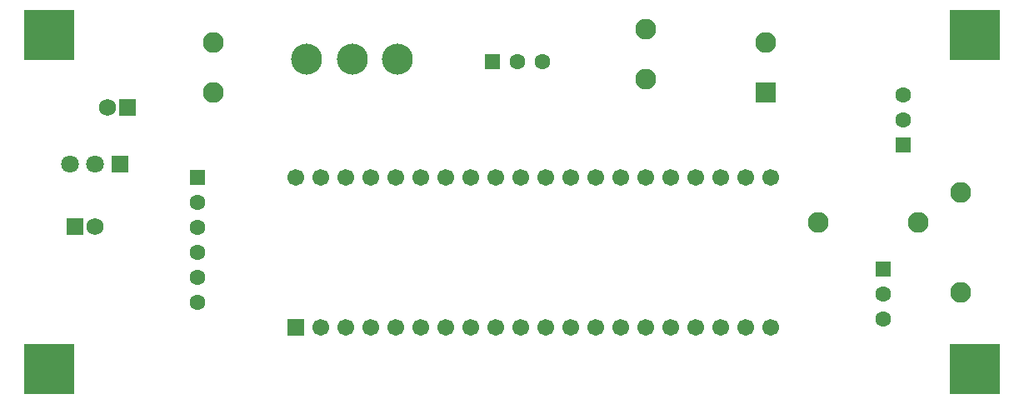
<source format=gts>
G04*
G04 #@! TF.GenerationSoftware,Altium Limited,Altium Designer,19.1.5 (86)*
G04*
G04 Layer_Color=8388736*
%FSLAX25Y25*%
%MOIN*%
G70*
G01*
G75*
%ADD14C,0.12400*%
%ADD15C,0.06699*%
%ADD16R,0.06699X0.06699*%
%ADD17C,0.06306*%
%ADD18R,0.06306X0.06306*%
%ADD19C,0.08300*%
%ADD20R,0.08300X0.08300*%
%ADD21R,0.06306X0.06306*%
%ADD22R,0.20085X0.20085*%
%ADD23R,0.20085X0.20085*%
%ADD24C,0.06800*%
%ADD25R,0.06800X0.06800*%
%ADD26R,0.07093X0.07093*%
%ADD27C,0.07093*%
D14*
X114779Y136000D02*
D03*
X132890D02*
D03*
X151000D02*
D03*
D15*
X300500Y88500D02*
D03*
X290500D02*
D03*
X280500D02*
D03*
X270500D02*
D03*
X250500D02*
D03*
X240500D02*
D03*
X230500D02*
D03*
X220500D02*
D03*
X210500D02*
D03*
X200500D02*
D03*
X190500D02*
D03*
X180500D02*
D03*
X170500D02*
D03*
X160500D02*
D03*
X150500D02*
D03*
X140500D02*
D03*
X130500D02*
D03*
X120500D02*
D03*
X110500D02*
D03*
X260500D02*
D03*
X300500Y28500D02*
D03*
X290500D02*
D03*
X280500D02*
D03*
X270500D02*
D03*
X260500D02*
D03*
X250500D02*
D03*
X240500D02*
D03*
X230500D02*
D03*
X220500D02*
D03*
X210500D02*
D03*
X200500D02*
D03*
X190500D02*
D03*
X180500D02*
D03*
X170500D02*
D03*
X160500D02*
D03*
X150500D02*
D03*
X140500D02*
D03*
X130500D02*
D03*
X120500D02*
D03*
D16*
X110500D02*
D03*
D17*
X353500Y111500D02*
D03*
Y121500D02*
D03*
X345500Y32000D02*
D03*
Y42000D02*
D03*
X71000Y38500D02*
D03*
Y48500D02*
D03*
Y58500D02*
D03*
Y68500D02*
D03*
Y78500D02*
D03*
X199000Y135000D02*
D03*
X209000D02*
D03*
D18*
X353500Y101500D02*
D03*
X345500Y52000D02*
D03*
X71000Y88500D02*
D03*
D19*
X298500Y142500D02*
D03*
X376500Y42500D02*
D03*
Y82500D02*
D03*
X77500Y122500D02*
D03*
Y142500D02*
D03*
X319500Y70500D02*
D03*
X359500D02*
D03*
X250500Y128000D02*
D03*
Y148000D02*
D03*
D20*
X298500Y122500D02*
D03*
D21*
X189000Y135000D02*
D03*
D22*
X11811Y145669D02*
D03*
Y11811D02*
D03*
X381890Y145669D02*
D03*
D23*
Y11811D02*
D03*
D24*
X30000Y69000D02*
D03*
X35063Y116500D02*
D03*
D25*
X22126Y69000D02*
D03*
X42937Y116500D02*
D03*
D26*
X40000Y94000D02*
D03*
D27*
X30000D02*
D03*
X20000D02*
D03*
M02*

</source>
